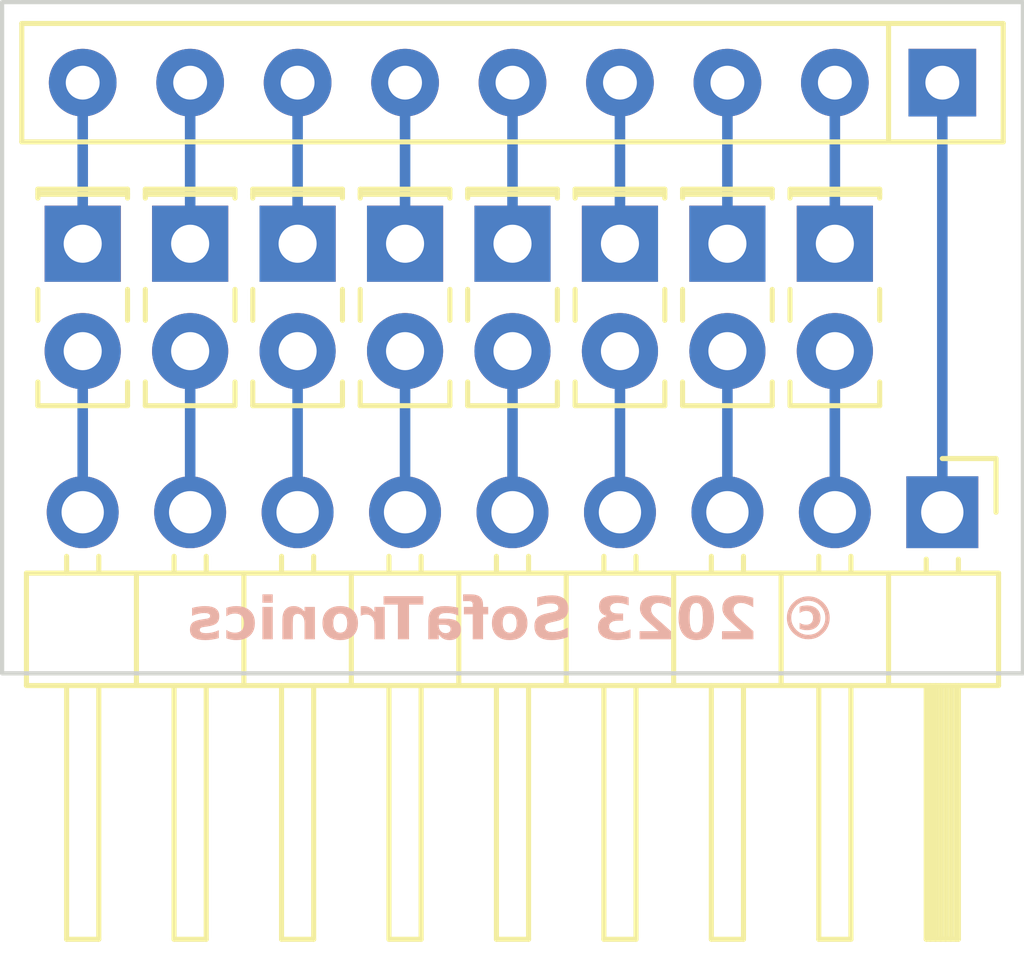
<source format=kicad_pcb>
(kicad_pcb (version 20221018) (generator pcbnew)
  (title_block (title "Breadboard LED Array") (date "2023-05-13") (rev "0"))
  (layers (0 "F.Cu" signal) (31 "B.Cu" signal) (34 "B.Paste" user) (35 "F.Paste" user) (36 "B.SilkS" user "B.Silkscreen") (37 "F.SilkS" user "F.Silkscreen") (38 "B.Mask" user) (39 "F.Mask" user) (44 "Edge.Cuts" user))
  (net 0 "")
  (net 1 "Net-(D1-K)")
  (net 2 "Net-(D1-A)")
  (net 3 "Net-(D2-K)")
  (net 4 "Net-(D2-A)")
  (net 5 "Net-(D3-A)")
  (net 6 "Net-(D4-K)")
  (net 7 "Net-(D4-A)")
  (net 8 "Net-(D5-K)")
  (net 9 "Net-(D5-A)")
  (net 10 "Net-(D6-K)")
  (net 11 "Net-(D6-A)")
  (net 12 "Net-(D7-K)")
  (net 13 "Net-(D7-A)")
  (net 14 "Net-(D8-K)")
  (net 15 "Net-(D8-A)")
  (net 16 "Net-(J1-Pin_1)")
  (net 17 "Net-(D3-K)")
  (footprint "LED_THT:LED_Rectangular_W5.0mm_H2.0mm" (layer "F.Cu") (at 168.91 114.935 -90)
    (fp_text reference "D1" hide)
    (fp_text value "LED" hide)
    (fp_line (start -1.29 -1.06) (end -1.29 1.06) (stroke (width 0.12)) (layer "F.SilkS"))
    (fp_line (start -1.29 -1.06) (end -1.08 -1.06) (stroke (width 0.12)) (layer "F.SilkS"))
    (fp_line (start -1.29 1.06) (end -1.08 1.06) (stroke (width 0.12)) (layer "F.SilkS"))
    (fp_line (start -1.17 -1.06) (end -1.17 1.06) (stroke (width 0.12)) (layer "F.SilkS"))
    (fp_line (start 1.08 -1.06) (end 1.811 -1.06) (stroke (width 0.12)) (layer "F.SilkS"))
    (fp_line (start 1.08 1.06) (end 1.811 1.06) (stroke (width 0.12)) (layer "F.SilkS"))
    (fp_line (start 3.27 -1.06) (end 3.83 -1.06) (stroke (width 0.12)) (layer "F.SilkS"))
    (fp_line (start 3.27 1.06) (end 3.83 1.06) (stroke (width 0.12)) (layer "F.SilkS"))
    (fp_line (start 3.83 -1.06) (end 3.83 1.06) (stroke (width 0.12)) (layer "F.SilkS"))
    (pad "1" thru_hole rect (at 0 0 270) (size 1.8 1.8) (drill 0.9) (layers "*.Cu" "*.Mask") (net 1 "Net-(D1-K)"))
    (pad "2" thru_hole circle (at 2.54 0 270) (size 1.8 1.8) (drill 0.9) (layers "*.Cu" "*.Mask") (net 2 "Net-(D1-A)"))
  )
  (footprint "Resistor_THT:R_Array_SIP9" (layer "F.Cu") (at 171.45 111.125 180)
    (fp_text reference "RN1" hide)
    (fp_text value "270 ohm resistor network" hide)
    (fp_line (start -1.44 -1.4) (end -1.44 1.4) (stroke (width 0.12)) (layer "F.SilkS"))
    (fp_line (start -1.44 1.4) (end 21.76 1.4) (stroke (width 0.12)) (layer "F.SilkS"))
    (fp_line (start 1.27 -1.4) (end 1.27 1.4) (stroke (width 0.12)) (layer "F.SilkS"))
    (fp_line (start 21.76 -1.4) (end -1.44 -1.4) (stroke (width 0.12)) (layer "F.SilkS"))
    (fp_line (start 21.76 1.4) (end 21.76 -1.4) (stroke (width 0.12)) (layer "F.SilkS"))
    (pad "1" thru_hole rect (at 0 0 180) (size 1.6 1.6) (drill 0.8) (layers "*.Cu" "*.Mask") (net 16 "Net-(J1-Pin_1)"))
    (pad "2" thru_hole oval (at 2.54 0 180) (size 1.6 1.6) (drill 0.8) (layers "*.Cu" "*.Mask") (net 1 "Net-(D1-K)"))
    (pad "3" thru_hole oval (at 5.08 0 180) (size 1.6 1.6) (drill 0.8) (layers "*.Cu" "*.Mask") (net 3 "Net-(D2-K)"))
    (pad "4" thru_hole oval (at 7.62 0 180) (size 1.6 1.6) (drill 0.8) (layers "*.Cu" "*.Mask") (net 17 "Net-(D3-K)"))
    (pad "5" thru_hole oval (at 10.16 0 180) (size 1.6 1.6) (drill 0.8) (layers "*.Cu" "*.Mask") (net 6 "Net-(D4-K)"))
    (pad "6" thru_hole oval (at 12.7 0 180) (size 1.6 1.6) (drill 0.8) (layers "*.Cu" "*.Mask") (net 8 "Net-(D5-K)"))
    (pad "7" thru_hole oval (at 15.24 0 180) (size 1.6 1.6) (drill 0.8) (layers "*.Cu" "*.Mask") (net 10 "Net-(D6-K)"))
    (pad "8" thru_hole oval (at 17.78 0 180) (size 1.6 1.6) (drill 0.8) (layers "*.Cu" "*.Mask") (net 12 "Net-(D7-K)"))
    (pad "9" thru_hole oval (at 20.32 0 180) (size 1.6 1.6) (drill 0.8) (layers "*.Cu" "*.Mask") (net 14 "Net-(D8-K)"))
  )
  (footprint "LED_THT:LED_Rectangular_W5.0mm_H2.0mm" (layer "F.Cu") (at 151.13 114.935 -90)
    (fp_text reference "D8" hide)
    (fp_text value "LED" hide)
    (fp_line (start -1.29 -1.06) (end -1.29 1.06) (stroke (width 0.12)) (layer "F.SilkS"))
    (fp_line (start -1.29 -1.06) (end -1.08 -1.06) (stroke (width 0.12)) (layer "F.SilkS"))
    (fp_line (start -1.29 1.06) (end -1.08 1.06) (stroke (width 0.12)) (layer "F.SilkS"))
    (fp_line (start -1.17 -1.06) (end -1.17 1.06) (stroke (width 0.12)) (layer "F.SilkS"))
    (fp_line (start 1.08 -1.06) (end 1.811 -1.06) (stroke (width 0.12)) (layer "F.SilkS"))
    (fp_line (start 1.08 1.06) (end 1.811 1.06) (stroke (width 0.12)) (layer "F.SilkS"))
    (fp_line (start 3.27 -1.06) (end 3.83 -1.06) (stroke (width 0.12)) (layer "F.SilkS"))
    (fp_line (start 3.27 1.06) (end 3.83 1.06) (stroke (width 0.12)) (layer "F.SilkS"))
    (fp_line (start 3.83 -1.06) (end 3.83 1.06) (stroke (width 0.12)) (layer "F.SilkS"))
    (pad "1" thru_hole rect (at 0 0 270) (size 1.8 1.8) (drill 0.9) (layers "*.Cu" "*.Mask") (net 14 "Net-(D8-K)"))
    (pad "2" thru_hole circle (at 2.54 0 270) (size 1.8 1.8) (drill 0.9) (layers "*.Cu" "*.Mask") (net 15 "Net-(D8-A)"))
  )
  (footprint "Connector_PinHeader_2.54mm:PinHeader_1x09_P2.54mm_Horizontal" (layer "F.Cu") (at 171.45 121.285 -90)
    (fp_text reference "J1" hide)
    (fp_text value "9x1 pin header" hide)
    (fp_line (start -1.27 -1.27) (end 0 -1.27) (stroke (width 0.12)) (layer "F.SilkS"))
    (fp_line (start -1.27 0) (end -1.27 -1.27) (stroke (width 0.12)) (layer "F.SilkS"))
    (fp_line (start 1.042929 2.16) (end 1.44 2.16) (stroke (width 0.12)) (layer "F.SilkS"))
    (fp_line (start 1.042929 2.92) (end 1.44 2.92) (stroke (width 0.12)) (layer "F.SilkS"))
    (fp_line (start 1.042929 4.7) (end 1.44 4.7) (stroke (width 0.12)) (layer "F.SilkS"))
    (fp_line (start 1.042929 5.46) (end 1.44 5.46) (stroke (width 0.12)) (layer "F.SilkS"))
    (fp_line (start 1.042929 7.24) (end 1.44 7.24) (stroke (width 0.12)) (layer "F.SilkS"))
    (fp_line (start 1.042929 8) (end 1.44 8) (stroke (width 0.12)) (layer "F.SilkS"))
    (fp_line (start 1.042929 9.78) (end 1.44 9.78) (stroke (width 0.12)) (layer "F.SilkS"))
    (fp_line (start 1.042929 10.54) (end 1.44 10.54) (stroke (width 0.12)) (layer "F.SilkS"))
    (fp_line (start 1.042929 12.32) (end 1.44 12.32) (stroke (width 0.12)) (layer "F.SilkS"))
    (fp_line (start 1.042929 13.08) (end 1.44 13.08) (stroke (width 0.12)) (layer "F.SilkS"))
    (fp_line (start 1.042929 14.86) (end 1.44 14.86) (stroke (width 0.12)) (layer "F.SilkS"))
    (fp_line (start 1.042929 15.62) (end 1.44 15.62) (stroke (width 0.12)) (layer "F.SilkS"))
    (fp_line (start 1.042929 17.4) (end 1.44 17.4) (stroke (width 0.12)) (layer "F.SilkS"))
    (fp_line (start 1.042929 18.16) (end 1.44 18.16) (stroke (width 0.12)) (layer "F.SilkS"))
    (fp_line (start 1.042929 19.94) (end 1.44 19.94) (stroke (width 0.12)) (layer "F.SilkS"))
    (fp_line (start 1.042929 20.7) (end 1.44 20.7) (stroke (width 0.12)) (layer "F.SilkS"))
    (fp_line (start 1.11 -0.38) (end 1.44 -0.38) (stroke (width 0.12)) (layer "F.SilkS"))
    (fp_line (start 1.11 0.38) (end 1.44 0.38) (stroke (width 0.12)) (layer "F.SilkS"))
    (fp_line (start 1.44 -1.33) (end 1.44 21.65) (stroke (width 0.12)) (layer "F.SilkS"))
    (fp_line (start 1.44 1.27) (end 4.1 1.27) (stroke (width 0.12)) (layer "F.SilkS"))
    (fp_line (start 1.44 3.81) (end 4.1 3.81) (stroke (width 0.12)) (layer "F.SilkS"))
    (fp_line (start 1.44 6.35) (end 4.1 6.35) (stroke (width 0.12)) (layer "F.SilkS"))
    (fp_line (start 1.44 8.89) (end 4.1 8.89) (stroke (width 0.12)) (layer "F.SilkS"))
    (fp_line (start 1.44 11.43) (end 4.1 11.43) (stroke (width 0.12)) (layer "F.SilkS"))
    (fp_line (start 1.44 13.97) (end 4.1 13.97) (stroke (width 0.12)) (layer "F.SilkS"))
    (fp_line (start 1.44 16.51) (end 4.1 16.51) (stroke (width 0.12)) (layer "F.SilkS"))
    (fp_line (start 1.44 19.05) (end 4.1 19.05) (stroke (width 0.12)) (layer "F.SilkS"))
    (fp_line (start 1.44 21.65) (end 4.1 21.65) (stroke (width 0.12)) (layer "F.SilkS"))
    (fp_line (start 4.1 -1.33) (end 1.44 -1.33) (stroke (width 0.12)) (layer "F.SilkS"))
    (fp_line (start 4.1 -0.38) (end 10.1 -0.38) (stroke (width 0.12)) (layer "F.SilkS"))
    (fp_line (start 4.1 -0.32) (end 10.1 -0.32) (stroke (width 0.12)) (layer "F.SilkS"))
    (fp_line (start 4.1 -0.2) (end 10.1 -0.2) (stroke (width 0.12)) (layer "F.SilkS"))
    (fp_line (start 4.1 -0.08) (end 10.1 -0.08) (stroke (width 0.12)) (layer "F.SilkS"))
    (fp_line (start 4.1 0.04) (end 10.1 0.04) (stroke (width 0.12)) (layer "F.SilkS"))
    (fp_line (start 4.1 0.16) (end 10.1 0.16) (stroke (width 0.12)) (layer "F.SilkS"))
    (fp_line (start 4.1 0.28) (end 10.1 0.28) (stroke (width 0.12)) (layer "F.SilkS"))
    (fp_line (start 4.1 2.16) (end 10.1 2.16) (stroke (width 0.12)) (layer "F.SilkS"))
    (fp_line (start 4.1 4.7) (end 10.1 4.7) (stroke (width 0.12)) (layer "F.SilkS"))
    (fp_line (start 4.1 7.24) (end 10.1 7.24) (stroke (width 0.12)) (layer "F.SilkS"))
    (fp_line (start 4.1 9.78) (end 10.1 9.78) (stroke (width 0.12)) (layer "F.SilkS"))
    (fp_line (start 4.1 12.32) (end 10.1 12.32) (stroke (width 0.12)) (layer "F.SilkS"))
    (fp_line (start 4.1 14.86) (end 10.1 14.86) (stroke (width 0.12)) (layer "F.SilkS"))
    (fp_line (start 4.1 17.4) (end 10.1 17.4) (stroke (width 0.12)) (layer "F.SilkS"))
    (fp_line (start 4.1 19.94) (end 10.1 19.94) (stroke (width 0.12)) (layer "F.SilkS"))
    (fp_line (start 4.1 21.65) (end 4.1 -1.33) (stroke (width 0.12)) (layer "F.SilkS"))
    (fp_line (start 10.1 -0.38) (end 10.1 0.38) (stroke (width 0.12)) (layer "F.SilkS"))
    (fp_line (start 10.1 0.38) (end 4.1 0.38) (stroke (width 0.12)) (layer "F.SilkS"))
    (fp_line (start 10.1 2.16) (end 10.1 2.92) (stroke (width 0.12)) (layer "F.SilkS"))
    (fp_line (start 10.1 2.92) (end 4.1 2.92) (stroke (width 0.12)) (layer "F.SilkS"))
    (fp_line (start 10.1 4.7) (end 10.1 5.46) (stroke (width 0.12)) (layer "F.SilkS"))
    (fp_line (start 10.1 5.46) (end 4.1 5.46) (stroke (width 0.12)) (layer "F.SilkS"))
    (fp_line (start 10.1 7.24) (end 10.1 8) (stroke (width 0.12)) (layer "F.SilkS"))
    (fp_line (start 10.1 8) (end 4.1 8) (stroke (width 0.12)) (layer "F.SilkS"))
    (fp_line (start 10.1 9.78) (end 10.1 10.54) (stroke (width 0.12)) (layer "F.SilkS"))
    (fp_line (start 10.1 10.54) (end 4.1 10.54) (stroke (width 0.12)) (layer "F.SilkS"))
    (fp_line (start 10.1 12.32) (end 10.1 13.08) (stroke (width 0.12)) (layer "F.SilkS"))
    (fp_line (start 10.1 13.08) (end 4.1 13.08) (stroke (width 0.12)) (layer "F.SilkS"))
    (fp_line (start 10.1 14.86) (end 10.1 15.62) (stroke (width 0.12)) (layer "F.SilkS"))
    (fp_line (start 10.1 15.62) (end 4.1 15.62) (stroke (width 0.12)) (layer "F.SilkS"))
    (fp_line (start 10.1 17.4) (end 10.1 18.16) (stroke (width 0.12)) (layer "F.SilkS"))
    (fp_line (start 10.1 18.16) (end 4.1 18.16) (stroke (width 0.12)) (layer "F.SilkS"))
    (fp_line (start 10.1 19.94) (end 10.1 20.7) (stroke (width 0.12)) (layer "F.SilkS"))
    (fp_line (start 10.1 20.7) (end 4.1 20.7) (stroke (width 0.12)) (layer "F.SilkS"))
    (pad "1" thru_hole rect (at 0 0 270) (size 1.7 1.7) (drill 1) (layers "*.Cu" "*.Mask") (net 16 "Net-(J1-Pin_1)"))
    (pad "2" thru_hole oval (at 0 2.54 270) (size 1.7 1.7) (drill 1) (layers "*.Cu" "*.Mask") (net 2 "Net-(D1-A)"))
    (pad "3" thru_hole oval (at 0 5.08 270) (size 1.7 1.7) (drill 1) (layers "*.Cu" "*.Mask") (net 4 "Net-(D2-A)"))
    (pad "4" thru_hole oval (at 0 7.62 270) (size 1.7 1.7) (drill 1) (layers "*.Cu" "*.Mask") (net 5 "Net-(D3-A)"))
    (pad "5" thru_hole oval (at 0 10.16 270) (size 1.7 1.7) (drill 1) (layers "*.Cu" "*.Mask") (net 7 "Net-(D4-A)"))
    (pad "6" thru_hole oval (at 0 12.7 270) (size 1.7 1.7) (drill 1) (layers "*.Cu" "*.Mask") (net 9 "Net-(D5-A)"))
    (pad "7" thru_hole oval (at 0 15.24 270) (size 1.7 1.7) (drill 1) (layers "*.Cu" "*.Mask") (net 11 "Net-(D6-A)"))
    (pad "8" thru_hole oval (at 0 17.78 270) (size 1.7 1.7) (drill 1) (layers "*.Cu" "*.Mask") (net 13 "Net-(D7-A)"))
    (pad "9" thru_hole oval (at 0 20.32 270) (size 1.7 1.7) (drill 1) (layers "*.Cu" "*.Mask") (net 15 "Net-(D8-A)"))
  )
  (footprint "LED_THT:LED_Rectangular_W5.0mm_H2.0mm" (layer "F.Cu") (at 156.21 114.935 -90)
    (fp_text reference "D6" hide)
    (fp_text value "LED" hide)
    (fp_line (start -1.29 -1.06) (end -1.29 1.06) (stroke (width 0.12)) (layer "F.SilkS"))
    (fp_line (start -1.29 -1.06) (end -1.08 -1.06) (stroke (width 0.12)) (layer "F.SilkS"))
    (fp_line (start -1.29 1.06) (end -1.08 1.06) (stroke (width 0.12)) (layer "F.SilkS"))
    (fp_line (start -1.17 -1.06) (end -1.17 1.06) (stroke (width 0.12)) (layer "F.SilkS"))
    (fp_line (start 1.08 -1.06) (end 1.811 -1.06) (stroke (width 0.12)) (layer "F.SilkS"))
    (fp_line (start 1.08 1.06) (end 1.811 1.06) (stroke (width 0.12)) (layer "F.SilkS"))
    (fp_line (start 3.27 -1.06) (end 3.83 -1.06) (stroke (width 0.12)) (layer "F.SilkS"))
    (fp_line (start 3.27 1.06) (end 3.83 1.06) (stroke (width 0.12)) (layer "F.SilkS"))
    (fp_line (start 3.83 -1.06) (end 3.83 1.06) (stroke (width 0.12)) (layer "F.SilkS"))
    (pad "1" thru_hole rect (at 0 0 270) (size 1.8 1.8) (drill 0.9) (layers "*.Cu" "*.Mask") (net 10 "Net-(D6-K)"))
    (pad "2" thru_hole circle (at 2.54 0 270) (size 1.8 1.8) (drill 0.9) (layers "*.Cu" "*.Mask") (net 11 "Net-(D6-A)"))
  )
  (footprint "LED_THT:LED_Rectangular_W5.0mm_H2.0mm" (layer "F.Cu") (at 163.83 114.935 -90)
    (fp_text reference "D3" hide)
    (fp_text value "LED" hide)
    (fp_line (start -1.29 -1.06) (end -1.29 1.06) (stroke (width 0.12)) (layer "F.SilkS"))
    (fp_line (start -1.29 -1.06) (end -1.08 -1.06) (stroke (width 0.12)) (layer "F.SilkS"))
    (fp_line (start -1.29 1.06) (end -1.08 1.06) (stroke (width 0.12)) (layer "F.SilkS"))
    (fp_line (start -1.17 -1.06) (end -1.17 1.06) (stroke (width 0.12)) (layer "F.SilkS"))
    (fp_line (start 1.08 -1.06) (end 1.811 -1.06) (stroke (width 0.12)) (layer "F.SilkS"))
    (fp_line (start 1.08 1.06) (end 1.811 1.06) (stroke (width 0.12)) (layer "F.SilkS"))
    (fp_line (start 3.27 -1.06) (end 3.83 -1.06) (stroke (width 0.12)) (layer "F.SilkS"))
    (fp_line (start 3.27 1.06) (end 3.83 1.06) (stroke (width 0.12)) (layer "F.SilkS"))
    (fp_line (start 3.83 -1.06) (end 3.83 1.06) (stroke (width 0.12)) (layer "F.SilkS"))
    (pad "1" thru_hole rect (at 0 0 270) (size 1.8 1.8) (drill 0.9) (layers "*.Cu" "*.Mask") (net 17 "Net-(D3-K)"))
    (pad "2" thru_hole circle (at 2.54 0 270) (size 1.8 1.8) (drill 0.9) (layers "*.Cu" "*.Mask") (net 5 "Net-(D3-A)"))
  )
  (footprint "LED_THT:LED_Rectangular_W5.0mm_H2.0mm" (layer "F.Cu") (at 158.75 114.935 -90)
    (fp_text reference "D5" hide)
    (fp_text value "LED" hide)
    (fp_line (start -1.29 -1.06) (end -1.29 1.06) (stroke (width 0.12)) (layer "F.SilkS"))
    (fp_line (start -1.29 -1.06) (end -1.08 -1.06) (stroke (width 0.12)) (layer "F.SilkS"))
    (fp_line (start -1.29 1.06) (end -1.08 1.06) (stroke (width 0.12)) (layer "F.SilkS"))
    (fp_line (start -1.17 -1.06) (end -1.17 1.06) (stroke (width 0.12)) (layer "F.SilkS"))
    (fp_line (start 1.08 -1.06) (end 1.811 -1.06) (stroke (width 0.12)) (layer "F.SilkS"))
    (fp_line (start 1.08 1.06) (end 1.811 1.06) (stroke (width 0.12)) (layer "F.SilkS"))
    (fp_line (start 3.27 -1.06) (end 3.83 -1.06) (stroke (width 0.12)) (layer "F.SilkS"))
    (fp_line (start 3.27 1.06) (end 3.83 1.06) (stroke (width 0.12)) (layer "F.SilkS"))
    (fp_line (start 3.83 -1.06) (end 3.83 1.06) (stroke (width 0.12)) (layer "F.SilkS"))
    (pad "1" thru_hole rect (at 0 0 270) (size 1.8 1.8) (drill 0.9) (layers "*.Cu" "*.Mask") (net 8 "Net-(D5-K)"))
    (pad "2" thru_hole circle (at 2.54 0 270) (size 1.8 1.8) (drill 0.9) (layers "*.Cu" "*.Mask") (net 9 "Net-(D5-A)"))
  )
  (footprint "LED_THT:LED_Rectangular_W5.0mm_H2.0mm" (layer "F.Cu") (at 161.29 114.935 -90)
    (fp_text reference "D4" hide)
    (fp_text value "LED" hide)
    (fp_line (start -1.29 -1.06) (end -1.29 1.06) (stroke (width 0.12)) (layer "F.SilkS"))
    (fp_line (start -1.29 -1.06) (end -1.08 -1.06) (stroke (width 0.12)) (layer "F.SilkS"))
    (fp_line (start -1.29 1.06) (end -1.08 1.06) (stroke (width 0.12)) (layer "F.SilkS"))
    (fp_line (start -1.17 -1.06) (end -1.17 1.06) (stroke (width 0.12)) (layer "F.SilkS"))
    (fp_line (start 1.08 -1.06) (end 1.811 -1.06) (stroke (width 0.12)) (layer "F.SilkS"))
    (fp_line (start 1.08 1.06) (end 1.811 1.06) (stroke (width 0.12)) (layer "F.SilkS"))
    (fp_line (start 3.27 -1.06) (end 3.83 -1.06) (stroke (width 0.12)) (layer "F.SilkS"))
    (fp_line (start 3.27 1.06) (end 3.83 1.06) (stroke (width 0.12)) (layer "F.SilkS"))
    (fp_line (start 3.83 -1.06) (end 3.83 1.06) (stroke (width 0.12)) (layer "F.SilkS"))
    (pad "1" thru_hole rect (at 0 0 270) (size 1.8 1.8) (drill 0.9) (layers "*.Cu" "*.Mask") (net 6 "Net-(D4-K)"))
    (pad "2" thru_hole circle (at 2.54 0 270) (size 1.8 1.8) (drill 0.9) (layers "*.Cu" "*.Mask") (net 7 "Net-(D4-A)"))
  )
  (footprint "LED_THT:LED_Rectangular_W5.0mm_H2.0mm" (layer "F.Cu") (at 166.37 114.935 -90)
    (fp_text reference "D2" hide)
    (fp_text value "LED" hide)
    (fp_line (start -1.29 -1.06) (end -1.29 1.06) (stroke (width 0.12)) (layer "F.SilkS"))
    (fp_line (start -1.29 -1.06) (end -1.08 -1.06) (stroke (width 0.12)) (layer "F.SilkS"))
    (fp_line (start -1.29 1.06) (end -1.08 1.06) (stroke (width 0.12)) (layer "F.SilkS"))
    (fp_line (start -1.17 -1.06) (end -1.17 1.06) (stroke (width 0.12)) (layer "F.SilkS"))
    (fp_line (start 1.08 -1.06) (end 1.811 -1.06) (stroke (width 0.12)) (layer "F.SilkS"))
    (fp_line (start 1.08 1.06) (end 1.811 1.06) (stroke (width 0.12)) (layer "F.SilkS"))
    (fp_line (start 3.27 -1.06) (end 3.83 -1.06) (stroke (width 0.12)) (layer "F.SilkS"))
    (fp_line (start 3.27 1.06) (end 3.83 1.06) (stroke (width 0.12)) (layer "F.SilkS"))
    (fp_line (start 3.83 -1.06) (end 3.83 1.06) (stroke (width 0.12)) (layer "F.SilkS"))
    (pad "1" thru_hole rect (at 0 0 270) (size 1.8 1.8) (drill 0.9) (layers "*.Cu" "*.Mask") (net 3 "Net-(D2-K)"))
    (pad "2" thru_hole circle (at 2.54 0 270) (size 1.8 1.8) (drill 0.9) (layers "*.Cu" "*.Mask") (net 4 "Net-(D2-A)"))
  )
  (footprint "LED_THT:LED_Rectangular_W5.0mm_H2.0mm" (layer "F.Cu") (at 153.67 114.935 -90)
    (fp_text reference "D7" hide)
    (fp_text value "LED" hide)
    (fp_line (start -1.29 -1.06) (end -1.29 1.06) (stroke (width 0.12)) (layer "F.SilkS"))
    (fp_line (start -1.29 -1.06) (end -1.08 -1.06) (stroke (width 0.12)) (layer "F.SilkS"))
    (fp_line (start -1.29 1.06) (end -1.08 1.06) (stroke (width 0.12)) (layer "F.SilkS"))
    (fp_line (start -1.17 -1.06) (end -1.17 1.06) (stroke (width 0.12)) (layer "F.SilkS"))
    (fp_line (start 1.08 -1.06) (end 1.811 -1.06) (stroke (width 0.12)) (layer "F.SilkS"))
    (fp_line (start 1.08 1.06) (end 1.811 1.06) (stroke (width 0.12)) (layer "F.SilkS"))
    (fp_line (start 3.27 -1.06) (end 3.83 -1.06) (stroke (width 0.12)) (layer "F.SilkS"))
    (fp_line (start 3.27 1.06) (end 3.83 1.06) (stroke (width 0.12)) (layer "F.SilkS"))
    (fp_line (start 3.83 -1.06) (end 3.83 1.06) (stroke (width 0.12)) (layer "F.SilkS"))
    (pad "1" thru_hole rect (at 0 0 270) (size 1.8 1.8) (drill 0.9) (layers "*.Cu" "*.Mask") (net 12 "Net-(D7-K)"))
    (pad "2" thru_hole circle (at 2.54 0 270) (size 1.8 1.8) (drill 0.9) (layers "*.Cu" "*.Mask") (net 13 "Net-(D7-A)"))
  )
  (gr_poly (pts (xy 149.225 109.22) (xy 173.355 109.22) (xy 173.355 125.095) (xy 149.225 125.095)) (stroke (width 0.1)) (fill none) (layer "Edge.Cuts"))
  (gr_text "© 2023 SofaTronics" (at 161.29 124.46) (layer "B.SilkS") (effects (font (size 1 1)) (justify bottom mirror)))
  (segment (start 168.91 110.49) (end 168.91 114.935) (width 0.25) (layer "B.Cu") (net 1))
  (segment (start 168.91 117.475) (end 168.91 121.285) (width 0.25) (layer "B.Cu") (net 2))
  (segment (start 166.37 110.49) (end 166.37 114.935) (width 0.25) (layer "B.Cu") (net 3))
  (segment (start 166.37 121.285) (end 166.37 117.475) (width 0.25) (layer "B.Cu") (net 4))
  (segment (start 163.83 117.475) (end 163.83 121.285) (width 0.25) (layer "B.Cu") (net 5))
  (segment (start 161.29 110.49) (end 161.29 114.935) (width 0.25) (layer "B.Cu") (net 6))
  (segment (start 161.29 121.285) (end 161.29 117.475) (width 0.25) (layer "B.Cu") (net 7))
  (segment (start 158.75 110.49) (end 158.75 114.935) (width 0.25) (layer "B.Cu") (net 8))
  (segment (start 158.75 117.475) (end 158.75 121.285) (width 0.25) (layer "B.Cu") (net 9))
  (segment (start 156.21 110.49) (end 156.21 114.935) (width 0.25) (layer "B.Cu") (net 10))
  (segment (start 156.21 121.285) (end 156.21 117.475) (width 0.25) (layer "B.Cu") (net 11))
  (segment (start 153.67 110.49) (end 153.67 114.935) (width 0.25) (layer "B.Cu") (net 12))
  (segment (start 153.67 117.475) (end 153.67 121.285) (width 0.25) (layer "B.Cu") (net 13))
  (segment (start 151.13 110.49) (end 151.13 114.935) (width 0.25) (layer "B.Cu") (net 14))
  (segment (start 151.13 121.285) (end 151.13 117.475) (width 0.25) (layer "B.Cu") (net 15))
  (segment (start 171.45 121.285) (end 171.45 110.49) (width 0.25) (layer "B.Cu") (net 16))
  (segment (start 163.83 110.49) (end 163.83 114.935) (width 0.25) (layer "B.Cu") (net 17))
)
</source>
